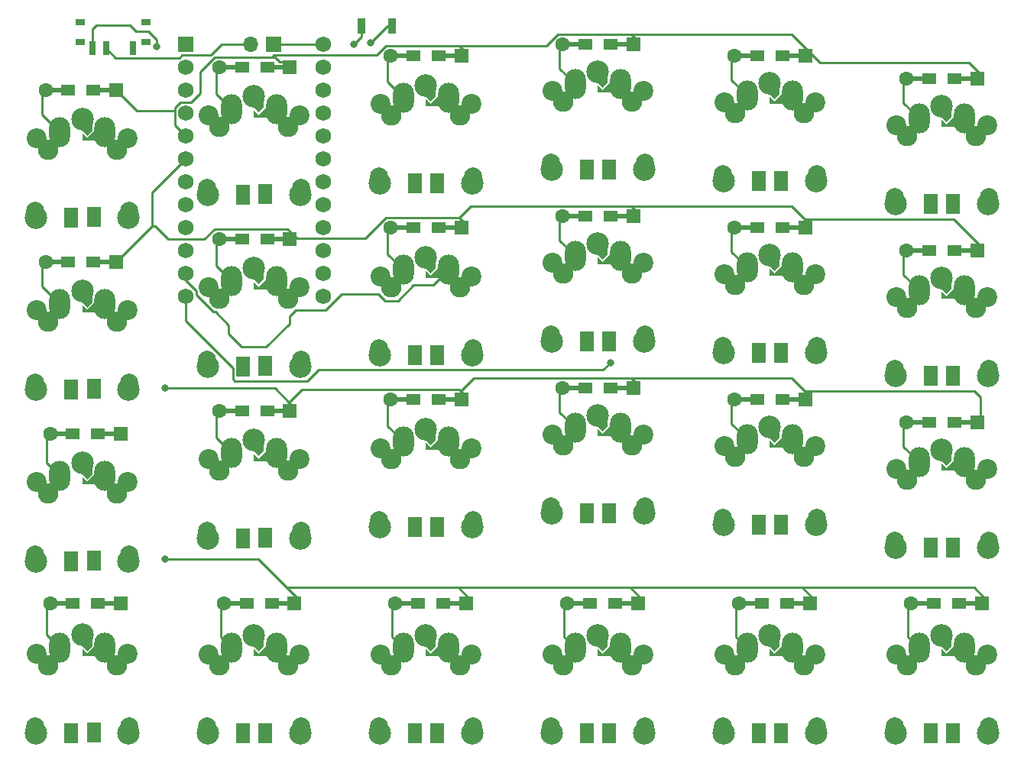
<source format=gbr>
G04 #@! TF.GenerationSoftware,KiCad,Pcbnew,5.1.9*
G04 #@! TF.CreationDate,2021-01-09T23:33:15-06:00*
G04 #@! TF.ProjectId,halfboard,68616c66-626f-4617-9264-2e6b69636164,rev?*
G04 #@! TF.SameCoordinates,Original*
G04 #@! TF.FileFunction,Copper,L1,Top*
G04 #@! TF.FilePolarity,Positive*
%FSLAX46Y46*%
G04 Gerber Fmt 4.6, Leading zero omitted, Abs format (unit mm)*
G04 Created by KiCad (PCBNEW 5.1.9) date 2021-01-09 23:33:15*
%MOMM*%
%LPD*%
G01*
G04 APERTURE LIST*
G04 #@! TA.AperFunction,EtchedComponent*
%ADD10C,0.100000*%
G04 #@! TD*
G04 #@! TA.AperFunction,ComponentPad*
%ADD11C,2.000000*%
G04 #@! TD*
G04 #@! TA.AperFunction,ComponentPad*
%ADD12R,1.500000X2.300000*%
G04 #@! TD*
G04 #@! TA.AperFunction,ComponentPad*
%ADD13O,2.300000X3.337000*%
G04 #@! TD*
G04 #@! TA.AperFunction,ComponentPad*
%ADD14C,2.286000*%
G04 #@! TD*
G04 #@! TA.AperFunction,ComponentPad*
%ADD15C,2.500000*%
G04 #@! TD*
G04 #@! TA.AperFunction,ComponentPad*
%ADD16C,2.200000*%
G04 #@! TD*
G04 #@! TA.AperFunction,ComponentPad*
%ADD17R,1.752600X1.752600*%
G04 #@! TD*
G04 #@! TA.AperFunction,ComponentPad*
%ADD18C,1.752600*%
G04 #@! TD*
G04 #@! TA.AperFunction,ComponentPad*
%ADD19O,1.700000X1.700000*%
G04 #@! TD*
G04 #@! TA.AperFunction,ComponentPad*
%ADD20R,1.700000X1.700000*%
G04 #@! TD*
G04 #@! TA.AperFunction,SMDPad,CuDef*
%ADD21R,0.900000X1.700000*%
G04 #@! TD*
G04 #@! TA.AperFunction,SMDPad,CuDef*
%ADD22R,0.700000X1.500000*%
G04 #@! TD*
G04 #@! TA.AperFunction,SMDPad,CuDef*
%ADD23R,1.000000X0.800000*%
G04 #@! TD*
G04 #@! TA.AperFunction,SMDPad,CuDef*
%ADD24R,2.900000X0.500000*%
G04 #@! TD*
G04 #@! TA.AperFunction,ComponentPad*
%ADD25R,1.600000X1.600000*%
G04 #@! TD*
G04 #@! TA.AperFunction,ComponentPad*
%ADD26C,1.600000*%
G04 #@! TD*
G04 #@! TA.AperFunction,SMDPad,CuDef*
%ADD27R,1.600000X1.200000*%
G04 #@! TD*
G04 #@! TA.AperFunction,ViaPad*
%ADD28C,0.800000*%
G04 #@! TD*
G04 #@! TA.AperFunction,Conductor*
%ADD29C,0.250000*%
G04 #@! TD*
G04 APERTURE END LIST*
D10*
G04 #@! TO.C,REF\u002A\u002A*
G36*
X51798200Y-57815480D02*
G01*
X49690000Y-59923680D01*
X49182000Y-59415680D01*
X49182000Y-60121800D01*
X51798200Y-60121800D01*
X51798200Y-57815480D01*
G37*
X51798200Y-57815480D02*
X49690000Y-59923680D01*
X49182000Y-59415680D01*
X49182000Y-60121800D01*
X51798200Y-60121800D01*
X51798200Y-57815480D01*
G36*
X48775600Y-58267600D02*
G01*
X49182000Y-58674000D01*
X49182000Y-59055000D01*
X49690000Y-59563000D01*
X50198000Y-59055000D01*
X50198000Y-58039000D01*
X49893200Y-57734200D01*
X48775600Y-57734200D01*
X48775600Y-58267600D01*
G37*
X48775600Y-58267600D02*
X49182000Y-58674000D01*
X49182000Y-59055000D01*
X49690000Y-59563000D01*
X50198000Y-59055000D01*
X50198000Y-58039000D01*
X49893200Y-57734200D01*
X48775600Y-57734200D01*
X48775600Y-58267600D01*
G04 #@! TO.C, *
G36*
X147046503Y-56321210D02*
G01*
X144938303Y-58429410D01*
X144430303Y-57921410D01*
X144430303Y-58627530D01*
X147046503Y-58627530D01*
X147046503Y-56321210D01*
G37*
X147046503Y-56321210D02*
X144938303Y-58429410D01*
X144430303Y-57921410D01*
X144430303Y-58627530D01*
X147046503Y-58627530D01*
X147046503Y-56321210D01*
G36*
X144023903Y-56773330D02*
G01*
X144430303Y-57179730D01*
X144430303Y-57560730D01*
X144938303Y-58068730D01*
X145446303Y-57560730D01*
X145446303Y-56544730D01*
X145141503Y-56239930D01*
X144023903Y-56239930D01*
X144023903Y-56773330D01*
G37*
X144023903Y-56773330D02*
X144430303Y-57179730D01*
X144430303Y-57560730D01*
X144938303Y-58068730D01*
X145446303Y-57560730D01*
X145446303Y-56544730D01*
X145141503Y-56239930D01*
X144023903Y-56239930D01*
X144023903Y-56773330D01*
G36*
X147046503Y-75371210D02*
G01*
X144938303Y-77479410D01*
X144430303Y-76971410D01*
X144430303Y-77677530D01*
X147046503Y-77677530D01*
X147046503Y-75371210D01*
G37*
X147046503Y-75371210D02*
X144938303Y-77479410D01*
X144430303Y-76971410D01*
X144430303Y-77677530D01*
X147046503Y-77677530D01*
X147046503Y-75371210D01*
G36*
X144023903Y-75823330D02*
G01*
X144430303Y-76229730D01*
X144430303Y-76610730D01*
X144938303Y-77118730D01*
X145446303Y-76610730D01*
X145446303Y-75594730D01*
X145141503Y-75289930D01*
X144023903Y-75289930D01*
X144023903Y-75823330D01*
G37*
X144023903Y-75823330D02*
X144430303Y-76229730D01*
X144430303Y-76610730D01*
X144938303Y-77118730D01*
X145446303Y-76610730D01*
X145446303Y-75594730D01*
X145141503Y-75289930D01*
X144023903Y-75289930D01*
X144023903Y-75823330D01*
G36*
X147046503Y-94421210D02*
G01*
X144938303Y-96529410D01*
X144430303Y-96021410D01*
X144430303Y-96727530D01*
X147046503Y-96727530D01*
X147046503Y-94421210D01*
G37*
X147046503Y-94421210D02*
X144938303Y-96529410D01*
X144430303Y-96021410D01*
X144430303Y-96727530D01*
X147046503Y-96727530D01*
X147046503Y-94421210D01*
G36*
X144023903Y-94873330D02*
G01*
X144430303Y-95279730D01*
X144430303Y-95660730D01*
X144938303Y-96168730D01*
X145446303Y-95660730D01*
X145446303Y-94644730D01*
X145141503Y-94339930D01*
X144023903Y-94339930D01*
X144023903Y-94873330D01*
G37*
X144023903Y-94873330D02*
X144430303Y-95279730D01*
X144430303Y-95660730D01*
X144938303Y-96168730D01*
X145446303Y-95660730D01*
X145446303Y-94644730D01*
X145141503Y-94339930D01*
X144023903Y-94339930D01*
X144023903Y-94873330D01*
G36*
X147046503Y-114995210D02*
G01*
X144938303Y-117103410D01*
X144430303Y-116595410D01*
X144430303Y-117301530D01*
X147046503Y-117301530D01*
X147046503Y-114995210D01*
G37*
X147046503Y-114995210D02*
X144938303Y-117103410D01*
X144430303Y-116595410D01*
X144430303Y-117301530D01*
X147046503Y-117301530D01*
X147046503Y-114995210D01*
G36*
X144023903Y-115447330D02*
G01*
X144430303Y-115853730D01*
X144430303Y-116234730D01*
X144938303Y-116742730D01*
X145446303Y-116234730D01*
X145446303Y-115218730D01*
X145141503Y-114913930D01*
X144023903Y-114913930D01*
X144023903Y-115447330D01*
G37*
X144023903Y-115447330D02*
X144430303Y-115853730D01*
X144430303Y-116234730D01*
X144938303Y-116742730D01*
X145446303Y-116234730D01*
X145446303Y-115218730D01*
X145141503Y-114913930D01*
X144023903Y-114913930D01*
X144023903Y-115447330D01*
G36*
X127996503Y-114995210D02*
G01*
X125888303Y-117103410D01*
X125380303Y-116595410D01*
X125380303Y-117301530D01*
X127996503Y-117301530D01*
X127996503Y-114995210D01*
G37*
X127996503Y-114995210D02*
X125888303Y-117103410D01*
X125380303Y-116595410D01*
X125380303Y-117301530D01*
X127996503Y-117301530D01*
X127996503Y-114995210D01*
G36*
X124973903Y-115447330D02*
G01*
X125380303Y-115853730D01*
X125380303Y-116234730D01*
X125888303Y-116742730D01*
X126396303Y-116234730D01*
X126396303Y-115218730D01*
X126091503Y-114913930D01*
X124973903Y-114913930D01*
X124973903Y-115447330D01*
G37*
X124973903Y-115447330D02*
X125380303Y-115853730D01*
X125380303Y-116234730D01*
X125888303Y-116742730D01*
X126396303Y-116234730D01*
X126396303Y-115218730D01*
X126091503Y-114913930D01*
X124973903Y-114913930D01*
X124973903Y-115447330D01*
G36*
X108946503Y-114995210D02*
G01*
X106838303Y-117103410D01*
X106330303Y-116595410D01*
X106330303Y-117301530D01*
X108946503Y-117301530D01*
X108946503Y-114995210D01*
G37*
X108946503Y-114995210D02*
X106838303Y-117103410D01*
X106330303Y-116595410D01*
X106330303Y-117301530D01*
X108946503Y-117301530D01*
X108946503Y-114995210D01*
G36*
X105923903Y-115447330D02*
G01*
X106330303Y-115853730D01*
X106330303Y-116234730D01*
X106838303Y-116742730D01*
X107346303Y-116234730D01*
X107346303Y-115218730D01*
X107041503Y-114913930D01*
X105923903Y-114913930D01*
X105923903Y-115447330D01*
G37*
X105923903Y-115447330D02*
X106330303Y-115853730D01*
X106330303Y-116234730D01*
X106838303Y-116742730D01*
X107346303Y-116234730D01*
X107346303Y-115218730D01*
X107041503Y-114913930D01*
X105923903Y-114913930D01*
X105923903Y-115447330D01*
G36*
X89896503Y-114995210D02*
G01*
X87788303Y-117103410D01*
X87280303Y-116595410D01*
X87280303Y-117301530D01*
X89896503Y-117301530D01*
X89896503Y-114995210D01*
G37*
X89896503Y-114995210D02*
X87788303Y-117103410D01*
X87280303Y-116595410D01*
X87280303Y-117301530D01*
X89896503Y-117301530D01*
X89896503Y-114995210D01*
G36*
X86873903Y-115447330D02*
G01*
X87280303Y-115853730D01*
X87280303Y-116234730D01*
X87788303Y-116742730D01*
X88296303Y-116234730D01*
X88296303Y-115218730D01*
X87991503Y-114913930D01*
X86873903Y-114913930D01*
X86873903Y-115447330D01*
G37*
X86873903Y-115447330D02*
X87280303Y-115853730D01*
X87280303Y-116234730D01*
X87788303Y-116742730D01*
X88296303Y-116234730D01*
X88296303Y-115218730D01*
X87991503Y-114913930D01*
X86873903Y-114913930D01*
X86873903Y-115447330D01*
G36*
X127996503Y-91881210D02*
G01*
X125888303Y-93989410D01*
X125380303Y-93481410D01*
X125380303Y-94187530D01*
X127996503Y-94187530D01*
X127996503Y-91881210D01*
G37*
X127996503Y-91881210D02*
X125888303Y-93989410D01*
X125380303Y-93481410D01*
X125380303Y-94187530D01*
X127996503Y-94187530D01*
X127996503Y-91881210D01*
G36*
X124973903Y-92333330D02*
G01*
X125380303Y-92739730D01*
X125380303Y-93120730D01*
X125888303Y-93628730D01*
X126396303Y-93120730D01*
X126396303Y-92104730D01*
X126091503Y-91799930D01*
X124973903Y-91799930D01*
X124973903Y-92333330D01*
G37*
X124973903Y-92333330D02*
X125380303Y-92739730D01*
X125380303Y-93120730D01*
X125888303Y-93628730D01*
X126396303Y-93120730D01*
X126396303Y-92104730D01*
X126091503Y-91799930D01*
X124973903Y-91799930D01*
X124973903Y-92333330D01*
G36*
X127996503Y-72831210D02*
G01*
X125888303Y-74939410D01*
X125380303Y-74431410D01*
X125380303Y-75137530D01*
X127996503Y-75137530D01*
X127996503Y-72831210D01*
G37*
X127996503Y-72831210D02*
X125888303Y-74939410D01*
X125380303Y-74431410D01*
X125380303Y-75137530D01*
X127996503Y-75137530D01*
X127996503Y-72831210D01*
G36*
X124973903Y-73283330D02*
G01*
X125380303Y-73689730D01*
X125380303Y-74070730D01*
X125888303Y-74578730D01*
X126396303Y-74070730D01*
X126396303Y-73054730D01*
X126091503Y-72749930D01*
X124973903Y-72749930D01*
X124973903Y-73283330D01*
G37*
X124973903Y-73283330D02*
X125380303Y-73689730D01*
X125380303Y-74070730D01*
X125888303Y-74578730D01*
X126396303Y-74070730D01*
X126396303Y-73054730D01*
X126091503Y-72749930D01*
X124973903Y-72749930D01*
X124973903Y-73283330D01*
G36*
X127996503Y-53781210D02*
G01*
X125888303Y-55889410D01*
X125380303Y-55381410D01*
X125380303Y-56087530D01*
X127996503Y-56087530D01*
X127996503Y-53781210D01*
G37*
X127996503Y-53781210D02*
X125888303Y-55889410D01*
X125380303Y-55381410D01*
X125380303Y-56087530D01*
X127996503Y-56087530D01*
X127996503Y-53781210D01*
G36*
X124973903Y-54233330D02*
G01*
X125380303Y-54639730D01*
X125380303Y-55020730D01*
X125888303Y-55528730D01*
X126396303Y-55020730D01*
X126396303Y-54004730D01*
X126091503Y-53699930D01*
X124973903Y-53699930D01*
X124973903Y-54233330D01*
G37*
X124973903Y-54233330D02*
X125380303Y-54639730D01*
X125380303Y-55020730D01*
X125888303Y-55528730D01*
X126396303Y-55020730D01*
X126396303Y-54004730D01*
X126091503Y-53699930D01*
X124973903Y-53699930D01*
X124973903Y-54233330D01*
G36*
X108946503Y-52511210D02*
G01*
X106838303Y-54619410D01*
X106330303Y-54111410D01*
X106330303Y-54817530D01*
X108946503Y-54817530D01*
X108946503Y-52511210D01*
G37*
X108946503Y-52511210D02*
X106838303Y-54619410D01*
X106330303Y-54111410D01*
X106330303Y-54817530D01*
X108946503Y-54817530D01*
X108946503Y-52511210D01*
G36*
X105923903Y-52963330D02*
G01*
X106330303Y-53369730D01*
X106330303Y-53750730D01*
X106838303Y-54258730D01*
X107346303Y-53750730D01*
X107346303Y-52734730D01*
X107041503Y-52429930D01*
X105923903Y-52429930D01*
X105923903Y-52963330D01*
G37*
X105923903Y-52963330D02*
X106330303Y-53369730D01*
X106330303Y-53750730D01*
X106838303Y-54258730D01*
X107346303Y-53750730D01*
X107346303Y-52734730D01*
X107041503Y-52429930D01*
X105923903Y-52429930D01*
X105923903Y-52963330D01*
G36*
X108946503Y-71561210D02*
G01*
X106838303Y-73669410D01*
X106330303Y-73161410D01*
X106330303Y-73867530D01*
X108946503Y-73867530D01*
X108946503Y-71561210D01*
G37*
X108946503Y-71561210D02*
X106838303Y-73669410D01*
X106330303Y-73161410D01*
X106330303Y-73867530D01*
X108946503Y-73867530D01*
X108946503Y-71561210D01*
G36*
X105923903Y-72013330D02*
G01*
X106330303Y-72419730D01*
X106330303Y-72800730D01*
X106838303Y-73308730D01*
X107346303Y-72800730D01*
X107346303Y-71784730D01*
X107041503Y-71479930D01*
X105923903Y-71479930D01*
X105923903Y-72013330D01*
G37*
X105923903Y-72013330D02*
X106330303Y-72419730D01*
X106330303Y-72800730D01*
X106838303Y-73308730D01*
X107346303Y-72800730D01*
X107346303Y-71784730D01*
X107041503Y-71479930D01*
X105923903Y-71479930D01*
X105923903Y-72013330D01*
G36*
X108946503Y-90611210D02*
G01*
X106838303Y-92719410D01*
X106330303Y-92211410D01*
X106330303Y-92917530D01*
X108946503Y-92917530D01*
X108946503Y-90611210D01*
G37*
X108946503Y-90611210D02*
X106838303Y-92719410D01*
X106330303Y-92211410D01*
X106330303Y-92917530D01*
X108946503Y-92917530D01*
X108946503Y-90611210D01*
G36*
X105923903Y-91063330D02*
G01*
X106330303Y-91469730D01*
X106330303Y-91850730D01*
X106838303Y-92358730D01*
X107346303Y-91850730D01*
X107346303Y-90834730D01*
X107041503Y-90529930D01*
X105923903Y-90529930D01*
X105923903Y-91063330D01*
G37*
X105923903Y-91063330D02*
X106330303Y-91469730D01*
X106330303Y-91850730D01*
X106838303Y-92358730D01*
X107346303Y-91850730D01*
X107346303Y-90834730D01*
X107041503Y-90529930D01*
X105923903Y-90529930D01*
X105923903Y-91063330D01*
G36*
X89896503Y-92135210D02*
G01*
X87788303Y-94243410D01*
X87280303Y-93735410D01*
X87280303Y-94441530D01*
X89896503Y-94441530D01*
X89896503Y-92135210D01*
G37*
X89896503Y-92135210D02*
X87788303Y-94243410D01*
X87280303Y-93735410D01*
X87280303Y-94441530D01*
X89896503Y-94441530D01*
X89896503Y-92135210D01*
G36*
X86873903Y-92587330D02*
G01*
X87280303Y-92993730D01*
X87280303Y-93374730D01*
X87788303Y-93882730D01*
X88296303Y-93374730D01*
X88296303Y-92358730D01*
X87991503Y-92053930D01*
X86873903Y-92053930D01*
X86873903Y-92587330D01*
G37*
X86873903Y-92587330D02*
X87280303Y-92993730D01*
X87280303Y-93374730D01*
X87788303Y-93882730D01*
X88296303Y-93374730D01*
X88296303Y-92358730D01*
X87991503Y-92053930D01*
X86873903Y-92053930D01*
X86873903Y-92587330D01*
G36*
X89896503Y-73085210D02*
G01*
X87788303Y-75193410D01*
X87280303Y-74685410D01*
X87280303Y-75391530D01*
X89896503Y-75391530D01*
X89896503Y-73085210D01*
G37*
X89896503Y-73085210D02*
X87788303Y-75193410D01*
X87280303Y-74685410D01*
X87280303Y-75391530D01*
X89896503Y-75391530D01*
X89896503Y-73085210D01*
G36*
X86873903Y-73537330D02*
G01*
X87280303Y-73943730D01*
X87280303Y-74324730D01*
X87788303Y-74832730D01*
X88296303Y-74324730D01*
X88296303Y-73308730D01*
X87991503Y-73003930D01*
X86873903Y-73003930D01*
X86873903Y-73537330D01*
G37*
X86873903Y-73537330D02*
X87280303Y-73943730D01*
X87280303Y-74324730D01*
X87788303Y-74832730D01*
X88296303Y-74324730D01*
X88296303Y-73308730D01*
X87991503Y-73003930D01*
X86873903Y-73003930D01*
X86873903Y-73537330D01*
G36*
X89896503Y-54031210D02*
G01*
X87788303Y-56139410D01*
X87280303Y-55631410D01*
X87280303Y-56337530D01*
X89896503Y-56337530D01*
X89896503Y-54031210D01*
G37*
X89896503Y-54031210D02*
X87788303Y-56139410D01*
X87280303Y-55631410D01*
X87280303Y-56337530D01*
X89896503Y-56337530D01*
X89896503Y-54031210D01*
G36*
X86873903Y-54483330D02*
G01*
X87280303Y-54889730D01*
X87280303Y-55270730D01*
X87788303Y-55778730D01*
X88296303Y-55270730D01*
X88296303Y-54254730D01*
X87991503Y-53949930D01*
X86873903Y-53949930D01*
X86873903Y-54483330D01*
G37*
X86873903Y-54483330D02*
X87280303Y-54889730D01*
X87280303Y-55270730D01*
X87788303Y-55778730D01*
X88296303Y-55270730D01*
X88296303Y-54254730D01*
X87991503Y-53949930D01*
X86873903Y-53949930D01*
X86873903Y-54483330D01*
G36*
X70843431Y-55265210D02*
G01*
X68735231Y-57373410D01*
X68227231Y-56865410D01*
X68227231Y-57571530D01*
X70843431Y-57571530D01*
X70843431Y-55265210D01*
G37*
X70843431Y-55265210D02*
X68735231Y-57373410D01*
X68227231Y-56865410D01*
X68227231Y-57571530D01*
X70843431Y-57571530D01*
X70843431Y-55265210D01*
G36*
X67820831Y-55717330D02*
G01*
X68227231Y-56123730D01*
X68227231Y-56504730D01*
X68735231Y-57012730D01*
X69243231Y-56504730D01*
X69243231Y-55488730D01*
X68938431Y-55183930D01*
X67820831Y-55183930D01*
X67820831Y-55717330D01*
G37*
X67820831Y-55717330D02*
X68227231Y-56123730D01*
X68227231Y-56504730D01*
X68735231Y-57012730D01*
X69243231Y-56504730D01*
X69243231Y-55488730D01*
X68938431Y-55183930D01*
X67820831Y-55183930D01*
X67820831Y-55717330D01*
G36*
X70843431Y-74313309D02*
G01*
X68735231Y-76421509D01*
X68227231Y-75913509D01*
X68227231Y-76619629D01*
X70843431Y-76619629D01*
X70843431Y-74313309D01*
G37*
X70843431Y-74313309D02*
X68735231Y-76421509D01*
X68227231Y-75913509D01*
X68227231Y-76619629D01*
X70843431Y-76619629D01*
X70843431Y-74313309D01*
G36*
X67820831Y-74765429D02*
G01*
X68227231Y-75171829D01*
X68227231Y-75552829D01*
X68735231Y-76060829D01*
X69243231Y-75552829D01*
X69243231Y-74536829D01*
X68938431Y-74232029D01*
X67820831Y-74232029D01*
X67820831Y-74765429D01*
G37*
X67820831Y-74765429D02*
X68227231Y-75171829D01*
X68227231Y-75552829D01*
X68735231Y-76060829D01*
X69243231Y-75552829D01*
X69243231Y-74536829D01*
X68938431Y-74232029D01*
X67820831Y-74232029D01*
X67820831Y-74765429D01*
G36*
X70843431Y-93361710D02*
G01*
X68735231Y-95469910D01*
X68227231Y-94961910D01*
X68227231Y-95668030D01*
X70843431Y-95668030D01*
X70843431Y-93361710D01*
G37*
X70843431Y-93361710D02*
X68735231Y-95469910D01*
X68227231Y-94961910D01*
X68227231Y-95668030D01*
X70843431Y-95668030D01*
X70843431Y-93361710D01*
G36*
X67820831Y-93813830D02*
G01*
X68227231Y-94220230D01*
X68227231Y-94601230D01*
X68735231Y-95109230D01*
X69243231Y-94601230D01*
X69243231Y-93585230D01*
X68938431Y-93280430D01*
X67820831Y-93280430D01*
X67820831Y-93813830D01*
G37*
X67820831Y-93813830D02*
X68227231Y-94220230D01*
X68227231Y-94601230D01*
X68735231Y-95109230D01*
X69243231Y-94601230D01*
X69243231Y-93585230D01*
X68938431Y-93280430D01*
X67820831Y-93280430D01*
X67820831Y-93813830D01*
G36*
X70843431Y-114995210D02*
G01*
X68735231Y-117103410D01*
X68227231Y-116595410D01*
X68227231Y-117301530D01*
X70843431Y-117301530D01*
X70843431Y-114995210D01*
G37*
X70843431Y-114995210D02*
X68735231Y-117103410D01*
X68227231Y-116595410D01*
X68227231Y-117301530D01*
X70843431Y-117301530D01*
X70843431Y-114995210D01*
G36*
X67820831Y-115447330D02*
G01*
X68227231Y-115853730D01*
X68227231Y-116234730D01*
X68735231Y-116742730D01*
X69243231Y-116234730D01*
X69243231Y-115218730D01*
X68938431Y-114913930D01*
X67820831Y-114913930D01*
X67820831Y-115447330D01*
G37*
X67820831Y-115447330D02*
X68227231Y-115853730D01*
X68227231Y-116234730D01*
X68735231Y-116742730D01*
X69243231Y-116234730D01*
X69243231Y-115218730D01*
X68938431Y-114913930D01*
X67820831Y-114913930D01*
X67820831Y-115447330D01*
G36*
X51798200Y-114965480D02*
G01*
X49690000Y-117073680D01*
X49182000Y-116565680D01*
X49182000Y-117271800D01*
X51798200Y-117271800D01*
X51798200Y-114965480D01*
G37*
X51798200Y-114965480D02*
X49690000Y-117073680D01*
X49182000Y-116565680D01*
X49182000Y-117271800D01*
X51798200Y-117271800D01*
X51798200Y-114965480D01*
G36*
X48775600Y-115417600D02*
G01*
X49182000Y-115824000D01*
X49182000Y-116205000D01*
X49690000Y-116713000D01*
X50198000Y-116205000D01*
X50198000Y-115189000D01*
X49893200Y-114884200D01*
X48775600Y-114884200D01*
X48775600Y-115417600D01*
G37*
X48775600Y-115417600D02*
X49182000Y-115824000D01*
X49182000Y-116205000D01*
X49690000Y-116713000D01*
X50198000Y-116205000D01*
X50198000Y-115189000D01*
X49893200Y-114884200D01*
X48775600Y-114884200D01*
X48775600Y-115417600D01*
G36*
X51798200Y-95915480D02*
G01*
X49690000Y-98023680D01*
X49182000Y-97515680D01*
X49182000Y-98221800D01*
X51798200Y-98221800D01*
X51798200Y-95915480D01*
G37*
X51798200Y-95915480D02*
X49690000Y-98023680D01*
X49182000Y-97515680D01*
X49182000Y-98221800D01*
X51798200Y-98221800D01*
X51798200Y-95915480D01*
G36*
X48775600Y-96367600D02*
G01*
X49182000Y-96774000D01*
X49182000Y-97155000D01*
X49690000Y-97663000D01*
X50198000Y-97155000D01*
X50198000Y-96139000D01*
X49893200Y-95834200D01*
X48775600Y-95834200D01*
X48775600Y-96367600D01*
G37*
X48775600Y-96367600D02*
X49182000Y-96774000D01*
X49182000Y-97155000D01*
X49690000Y-97663000D01*
X50198000Y-97155000D01*
X50198000Y-96139000D01*
X49893200Y-95834200D01*
X48775600Y-95834200D01*
X48775600Y-96367600D01*
G36*
X51798200Y-76865480D02*
G01*
X49690000Y-78973680D01*
X49182000Y-78465680D01*
X49182000Y-79171800D01*
X51798200Y-79171800D01*
X51798200Y-76865480D01*
G37*
X51798200Y-76865480D02*
X49690000Y-78973680D01*
X49182000Y-78465680D01*
X49182000Y-79171800D01*
X51798200Y-79171800D01*
X51798200Y-76865480D01*
G36*
X48775600Y-77317600D02*
G01*
X49182000Y-77724000D01*
X49182000Y-78105000D01*
X49690000Y-78613000D01*
X50198000Y-78105000D01*
X50198000Y-77089000D01*
X49893200Y-76784200D01*
X48775600Y-76784200D01*
X48775600Y-77317600D01*
G37*
X48775600Y-77317600D02*
X49182000Y-77724000D01*
X49182000Y-78105000D01*
X49690000Y-78613000D01*
X50198000Y-78105000D01*
X50198000Y-77089000D01*
X49893200Y-76784200D01*
X48775600Y-76784200D01*
X48775600Y-77317600D01*
G04 #@! TD*
D11*
G04 #@! TO.P,REF\u002A\u002A,*
G04 #@! TO.N,*
X54402000Y-67954000D03*
X43962000Y-67954000D03*
D12*
G04 #@! TO.P,REF\u002A\u002A,4*
G04 #@! TO.N,N/C*
X50452000Y-68684000D03*
G04 #@! TO.P,REF\u002A\u002A,3*
X47952000Y-68734000D03*
D13*
G04 #@! TO.P,REF\u002A\u002A,1*
G04 #@! TO.N,col0*
X51702000Y-59254000D03*
G04 #@! TO.P,REF\u002A\u002A,2*
G04 #@! TO.N,col0_row0*
X46662000Y-59254000D03*
D14*
G04 #@! TO.P,REF\u002A\u002A,1*
G04 #@! TO.N,col0*
X52992000Y-61214000D03*
G04 #@! TO.P,REF\u002A\u002A,2*
G04 #@! TO.N,col0_row0*
X45372000Y-61214000D03*
D15*
G04 #@! TO.P,REF\u002A\u002A,*
G04 #@! TO.N,*
X54332000Y-68754000D03*
D16*
G04 #@! TO.P,REF\u002A\u002A,2*
G04 #@! TO.N,col0_row0*
X44182000Y-59954000D03*
D15*
G04 #@! TO.P,REF\u002A\u002A,*
G04 #@! TO.N,*
X44032000Y-68754000D03*
G04 #@! TO.P,REF\u002A\u002A,5*
G04 #@! TO.N,N/C*
X49182000Y-57854000D03*
D16*
G04 #@! TO.P,REF\u002A\u002A,1*
G04 #@! TO.N,col0*
X54182000Y-59954000D03*
G04 #@! TD*
D11*
G04 #@! TO.P, ,*
G04 #@! TO.N,*
X149650303Y-66459730D03*
X139210303Y-66459730D03*
D12*
G04 #@! TO.P, ,4*
G04 #@! TO.N,N/C*
X145700303Y-67189730D03*
G04 #@! TO.P, ,3*
X143200303Y-67239730D03*
D13*
G04 #@! TO.P, ,1*
G04 #@! TO.N,col5*
X146950303Y-57759730D03*
G04 #@! TO.P, ,2*
G04 #@! TO.N,col5_row0*
X141910303Y-57759730D03*
D14*
G04 #@! TO.P, ,1*
G04 #@! TO.N,col5*
X148240303Y-59719730D03*
G04 #@! TO.P, ,2*
G04 #@! TO.N,col5_row0*
X140620303Y-59719730D03*
D15*
G04 #@! TO.P, ,*
G04 #@! TO.N,*
X149580303Y-67259730D03*
D16*
G04 #@! TO.P, ,2*
G04 #@! TO.N,col5_row0*
X139430303Y-58459730D03*
D15*
G04 #@! TO.P, ,*
G04 #@! TO.N,*
X139280303Y-67259730D03*
G04 #@! TO.P, ,5*
G04 #@! TO.N,N/C*
X144430303Y-56359730D03*
D16*
G04 #@! TO.P, ,1*
G04 #@! TO.N,col5*
X149430303Y-58459730D03*
G04 #@! TD*
D11*
G04 #@! TO.P, ,*
G04 #@! TO.N,*
X149650303Y-85509730D03*
X139210303Y-85509730D03*
D12*
G04 #@! TO.P, ,4*
G04 #@! TO.N,N/C*
X145700303Y-86239730D03*
G04 #@! TO.P, ,3*
X143200303Y-86289730D03*
D13*
G04 #@! TO.P, ,1*
G04 #@! TO.N,col5*
X146950303Y-76809730D03*
G04 #@! TO.P, ,2*
G04 #@! TO.N,col5_row1*
X141910303Y-76809730D03*
D14*
G04 #@! TO.P, ,1*
G04 #@! TO.N,col5*
X148240303Y-78769730D03*
G04 #@! TO.P, ,2*
G04 #@! TO.N,col5_row1*
X140620303Y-78769730D03*
D15*
G04 #@! TO.P, ,*
G04 #@! TO.N,*
X149580303Y-86309730D03*
D16*
G04 #@! TO.P, ,2*
G04 #@! TO.N,col5_row1*
X139430303Y-77509730D03*
D15*
G04 #@! TO.P, ,*
G04 #@! TO.N,*
X139280303Y-86309730D03*
G04 #@! TO.P, ,5*
G04 #@! TO.N,N/C*
X144430303Y-75409730D03*
D16*
G04 #@! TO.P, ,1*
G04 #@! TO.N,col5*
X149430303Y-77509730D03*
G04 #@! TD*
D11*
G04 #@! TO.P, ,*
G04 #@! TO.N,*
X149650303Y-104559730D03*
X139210303Y-104559730D03*
D12*
G04 #@! TO.P, ,4*
G04 #@! TO.N,N/C*
X145700303Y-105289730D03*
G04 #@! TO.P, ,3*
X143200303Y-105339730D03*
D13*
G04 #@! TO.P, ,1*
G04 #@! TO.N,col5*
X146950303Y-95859730D03*
G04 #@! TO.P, ,2*
G04 #@! TO.N,col5_row2*
X141910303Y-95859730D03*
D14*
G04 #@! TO.P, ,1*
G04 #@! TO.N,col5*
X148240303Y-97819730D03*
G04 #@! TO.P, ,2*
G04 #@! TO.N,col5_row2*
X140620303Y-97819730D03*
D15*
G04 #@! TO.P, ,*
G04 #@! TO.N,*
X149580303Y-105359730D03*
D16*
G04 #@! TO.P, ,2*
G04 #@! TO.N,col5_row2*
X139430303Y-96559730D03*
D15*
G04 #@! TO.P, ,*
G04 #@! TO.N,*
X139280303Y-105359730D03*
G04 #@! TO.P, ,5*
G04 #@! TO.N,N/C*
X144430303Y-94459730D03*
D16*
G04 #@! TO.P, ,1*
G04 #@! TO.N,col5*
X149430303Y-96559730D03*
G04 #@! TD*
D11*
G04 #@! TO.P, ,*
G04 #@! TO.N,*
X149650303Y-125133730D03*
X139210303Y-125133730D03*
D12*
G04 #@! TO.P, ,4*
G04 #@! TO.N,N/C*
X145700303Y-125863730D03*
G04 #@! TO.P, ,3*
X143200303Y-125913730D03*
D13*
G04 #@! TO.P, ,1*
G04 #@! TO.N,col5*
X146950303Y-116433730D03*
G04 #@! TO.P, ,2*
G04 #@! TO.N,col5_row3*
X141910303Y-116433730D03*
D14*
G04 #@! TO.P, ,1*
G04 #@! TO.N,col5*
X148240303Y-118393730D03*
G04 #@! TO.P, ,2*
G04 #@! TO.N,col5_row3*
X140620303Y-118393730D03*
D15*
G04 #@! TO.P, ,*
G04 #@! TO.N,*
X149580303Y-125933730D03*
D16*
G04 #@! TO.P, ,2*
G04 #@! TO.N,col5_row3*
X139430303Y-117133730D03*
D15*
G04 #@! TO.P, ,*
G04 #@! TO.N,*
X139280303Y-125933730D03*
G04 #@! TO.P, ,5*
G04 #@! TO.N,N/C*
X144430303Y-115033730D03*
D16*
G04 #@! TO.P, ,1*
G04 #@! TO.N,col5*
X149430303Y-117133730D03*
G04 #@! TD*
D11*
G04 #@! TO.P, ,*
G04 #@! TO.N,*
X130600303Y-125133730D03*
X120160303Y-125133730D03*
D12*
G04 #@! TO.P, ,4*
G04 #@! TO.N,N/C*
X126650303Y-125863730D03*
G04 #@! TO.P, ,3*
X124150303Y-125913730D03*
D13*
G04 #@! TO.P, ,1*
G04 #@! TO.N,col4*
X127900303Y-116433730D03*
G04 #@! TO.P, ,2*
G04 #@! TO.N,col4_row3*
X122860303Y-116433730D03*
D14*
G04 #@! TO.P, ,1*
G04 #@! TO.N,col4*
X129190303Y-118393730D03*
G04 #@! TO.P, ,2*
G04 #@! TO.N,col4_row3*
X121570303Y-118393730D03*
D15*
G04 #@! TO.P, ,*
G04 #@! TO.N,*
X130530303Y-125933730D03*
D16*
G04 #@! TO.P, ,2*
G04 #@! TO.N,col4_row3*
X120380303Y-117133730D03*
D15*
G04 #@! TO.P, ,*
G04 #@! TO.N,*
X120230303Y-125933730D03*
G04 #@! TO.P, ,5*
G04 #@! TO.N,N/C*
X125380303Y-115033730D03*
D16*
G04 #@! TO.P, ,1*
G04 #@! TO.N,col4*
X130380303Y-117133730D03*
G04 #@! TD*
D11*
G04 #@! TO.P, ,*
G04 #@! TO.N,*
X111550303Y-125133730D03*
X101110303Y-125133730D03*
D12*
G04 #@! TO.P, ,4*
G04 #@! TO.N,N/C*
X107600303Y-125863730D03*
G04 #@! TO.P, ,3*
X105100303Y-125913730D03*
D13*
G04 #@! TO.P, ,1*
G04 #@! TO.N,col3*
X108850303Y-116433730D03*
G04 #@! TO.P, ,2*
G04 #@! TO.N,col3_row3*
X103810303Y-116433730D03*
D14*
G04 #@! TO.P, ,1*
G04 #@! TO.N,col3*
X110140303Y-118393730D03*
G04 #@! TO.P, ,2*
G04 #@! TO.N,col3_row3*
X102520303Y-118393730D03*
D15*
G04 #@! TO.P, ,*
G04 #@! TO.N,*
X111480303Y-125933730D03*
D16*
G04 #@! TO.P, ,2*
G04 #@! TO.N,col3_row3*
X101330303Y-117133730D03*
D15*
G04 #@! TO.P, ,*
G04 #@! TO.N,*
X101180303Y-125933730D03*
G04 #@! TO.P, ,5*
G04 #@! TO.N,N/C*
X106330303Y-115033730D03*
D16*
G04 #@! TO.P, ,1*
G04 #@! TO.N,col3*
X111330303Y-117133730D03*
G04 #@! TD*
D11*
G04 #@! TO.P, ,*
G04 #@! TO.N,*
X92500303Y-125133730D03*
X82060303Y-125133730D03*
D12*
G04 #@! TO.P, ,4*
G04 #@! TO.N,N/C*
X88550303Y-125863730D03*
G04 #@! TO.P, ,3*
X86050303Y-125913730D03*
D13*
G04 #@! TO.P, ,1*
G04 #@! TO.N,col2*
X89800303Y-116433730D03*
G04 #@! TO.P, ,2*
G04 #@! TO.N,col2_row3*
X84760303Y-116433730D03*
D14*
G04 #@! TO.P, ,1*
G04 #@! TO.N,col2*
X91090303Y-118393730D03*
G04 #@! TO.P, ,2*
G04 #@! TO.N,col2_row3*
X83470303Y-118393730D03*
D15*
G04 #@! TO.P, ,*
G04 #@! TO.N,*
X92430303Y-125933730D03*
D16*
G04 #@! TO.P, ,2*
G04 #@! TO.N,col2_row3*
X82280303Y-117133730D03*
D15*
G04 #@! TO.P, ,*
G04 #@! TO.N,*
X82130303Y-125933730D03*
G04 #@! TO.P, ,5*
G04 #@! TO.N,N/C*
X87280303Y-115033730D03*
D16*
G04 #@! TO.P, ,1*
G04 #@! TO.N,col2*
X92280303Y-117133730D03*
G04 #@! TD*
D11*
G04 #@! TO.P, ,*
G04 #@! TO.N,*
X130600303Y-102019730D03*
X120160303Y-102019730D03*
D12*
G04 #@! TO.P, ,4*
G04 #@! TO.N,N/C*
X126650303Y-102749730D03*
G04 #@! TO.P, ,3*
X124150303Y-102799730D03*
D13*
G04 #@! TO.P, ,1*
G04 #@! TO.N,col4*
X127900303Y-93319730D03*
G04 #@! TO.P, ,2*
G04 #@! TO.N,col4_row2*
X122860303Y-93319730D03*
D14*
G04 #@! TO.P, ,1*
G04 #@! TO.N,col4*
X129190303Y-95279730D03*
G04 #@! TO.P, ,2*
G04 #@! TO.N,col4_row2*
X121570303Y-95279730D03*
D15*
G04 #@! TO.P, ,*
G04 #@! TO.N,*
X130530303Y-102819730D03*
D16*
G04 #@! TO.P, ,2*
G04 #@! TO.N,col4_row2*
X120380303Y-94019730D03*
D15*
G04 #@! TO.P, ,*
G04 #@! TO.N,*
X120230303Y-102819730D03*
G04 #@! TO.P, ,5*
G04 #@! TO.N,N/C*
X125380303Y-91919730D03*
D16*
G04 #@! TO.P, ,1*
G04 #@! TO.N,col4*
X130380303Y-94019730D03*
G04 #@! TD*
D11*
G04 #@! TO.P, ,*
G04 #@! TO.N,*
X130600303Y-82969730D03*
X120160303Y-82969730D03*
D12*
G04 #@! TO.P, ,4*
G04 #@! TO.N,N/C*
X126650303Y-83699730D03*
G04 #@! TO.P, ,3*
X124150303Y-83749730D03*
D13*
G04 #@! TO.P, ,1*
G04 #@! TO.N,col4*
X127900303Y-74269730D03*
G04 #@! TO.P, ,2*
G04 #@! TO.N,col4_row1*
X122860303Y-74269730D03*
D14*
G04 #@! TO.P, ,1*
G04 #@! TO.N,col4*
X129190303Y-76229730D03*
G04 #@! TO.P, ,2*
G04 #@! TO.N,col4_row1*
X121570303Y-76229730D03*
D15*
G04 #@! TO.P, ,*
G04 #@! TO.N,*
X130530303Y-83769730D03*
D16*
G04 #@! TO.P, ,2*
G04 #@! TO.N,col4_row1*
X120380303Y-74969730D03*
D15*
G04 #@! TO.P, ,*
G04 #@! TO.N,*
X120230303Y-83769730D03*
G04 #@! TO.P, ,5*
G04 #@! TO.N,N/C*
X125380303Y-72869730D03*
D16*
G04 #@! TO.P, ,1*
G04 #@! TO.N,col4*
X130380303Y-74969730D03*
G04 #@! TD*
D11*
G04 #@! TO.P, ,*
G04 #@! TO.N,*
X130600303Y-63919730D03*
X120160303Y-63919730D03*
D12*
G04 #@! TO.P, ,4*
G04 #@! TO.N,N/C*
X126650303Y-64649730D03*
G04 #@! TO.P, ,3*
X124150303Y-64699730D03*
D13*
G04 #@! TO.P, ,1*
G04 #@! TO.N,col4*
X127900303Y-55219730D03*
G04 #@! TO.P, ,2*
G04 #@! TO.N,col4_row0*
X122860303Y-55219730D03*
D14*
G04 #@! TO.P, ,1*
G04 #@! TO.N,col4*
X129190303Y-57179730D03*
G04 #@! TO.P, ,2*
G04 #@! TO.N,col4_row0*
X121570303Y-57179730D03*
D15*
G04 #@! TO.P, ,*
G04 #@! TO.N,*
X130530303Y-64719730D03*
D16*
G04 #@! TO.P, ,2*
G04 #@! TO.N,col4_row0*
X120380303Y-55919730D03*
D15*
G04 #@! TO.P, ,*
G04 #@! TO.N,*
X120230303Y-64719730D03*
G04 #@! TO.P, ,5*
G04 #@! TO.N,N/C*
X125380303Y-53819730D03*
D16*
G04 #@! TO.P, ,1*
G04 #@! TO.N,col4*
X130380303Y-55919730D03*
G04 #@! TD*
D11*
G04 #@! TO.P, ,*
G04 #@! TO.N,*
X111550303Y-62649730D03*
X101110303Y-62649730D03*
D12*
G04 #@! TO.P, ,4*
G04 #@! TO.N,N/C*
X107600303Y-63379730D03*
G04 #@! TO.P, ,3*
X105100303Y-63429730D03*
D13*
G04 #@! TO.P, ,1*
G04 #@! TO.N,col3*
X108850303Y-53949730D03*
G04 #@! TO.P, ,2*
G04 #@! TO.N,col3_row0*
X103810303Y-53949730D03*
D14*
G04 #@! TO.P, ,1*
G04 #@! TO.N,col3*
X110140303Y-55909730D03*
G04 #@! TO.P, ,2*
G04 #@! TO.N,col3_row0*
X102520303Y-55909730D03*
D15*
G04 #@! TO.P, ,*
G04 #@! TO.N,*
X111480303Y-63449730D03*
D16*
G04 #@! TO.P, ,2*
G04 #@! TO.N,col3_row0*
X101330303Y-54649730D03*
D15*
G04 #@! TO.P, ,*
G04 #@! TO.N,*
X101180303Y-63449730D03*
G04 #@! TO.P, ,5*
G04 #@! TO.N,N/C*
X106330303Y-52549730D03*
D16*
G04 #@! TO.P, ,1*
G04 #@! TO.N,col3*
X111330303Y-54649730D03*
G04 #@! TD*
D11*
G04 #@! TO.P, ,*
G04 #@! TO.N,*
X111550303Y-81699730D03*
X101110303Y-81699730D03*
D12*
G04 #@! TO.P, ,4*
G04 #@! TO.N,N/C*
X107600303Y-82429730D03*
G04 #@! TO.P, ,3*
X105100303Y-82479730D03*
D13*
G04 #@! TO.P, ,1*
G04 #@! TO.N,col3*
X108850303Y-72999730D03*
G04 #@! TO.P, ,2*
G04 #@! TO.N,col3_row1*
X103810303Y-72999730D03*
D14*
G04 #@! TO.P, ,1*
G04 #@! TO.N,col3*
X110140303Y-74959730D03*
G04 #@! TO.P, ,2*
G04 #@! TO.N,col3_row1*
X102520303Y-74959730D03*
D15*
G04 #@! TO.P, ,*
G04 #@! TO.N,*
X111480303Y-82499730D03*
D16*
G04 #@! TO.P, ,2*
G04 #@! TO.N,col3_row1*
X101330303Y-73699730D03*
D15*
G04 #@! TO.P, ,*
G04 #@! TO.N,*
X101180303Y-82499730D03*
G04 #@! TO.P, ,5*
G04 #@! TO.N,N/C*
X106330303Y-71599730D03*
D16*
G04 #@! TO.P, ,1*
G04 #@! TO.N,col3*
X111330303Y-73699730D03*
G04 #@! TD*
D11*
G04 #@! TO.P, ,*
G04 #@! TO.N,*
X111550303Y-100749730D03*
X101110303Y-100749730D03*
D12*
G04 #@! TO.P, ,4*
G04 #@! TO.N,N/C*
X107600303Y-101479730D03*
G04 #@! TO.P, ,3*
X105100303Y-101529730D03*
D13*
G04 #@! TO.P, ,1*
G04 #@! TO.N,col3*
X108850303Y-92049730D03*
G04 #@! TO.P, ,2*
G04 #@! TO.N,col3_row2*
X103810303Y-92049730D03*
D14*
G04 #@! TO.P, ,1*
G04 #@! TO.N,col3*
X110140303Y-94009730D03*
G04 #@! TO.P, ,2*
G04 #@! TO.N,col3_row2*
X102520303Y-94009730D03*
D15*
G04 #@! TO.P, ,*
G04 #@! TO.N,*
X111480303Y-101549730D03*
D16*
G04 #@! TO.P, ,2*
G04 #@! TO.N,col3_row2*
X101330303Y-92749730D03*
D15*
G04 #@! TO.P, ,*
G04 #@! TO.N,*
X101180303Y-101549730D03*
G04 #@! TO.P, ,5*
G04 #@! TO.N,N/C*
X106330303Y-90649730D03*
D16*
G04 #@! TO.P, ,1*
G04 #@! TO.N,col3*
X111330303Y-92749730D03*
G04 #@! TD*
D11*
G04 #@! TO.P, ,*
G04 #@! TO.N,*
X92500303Y-102273730D03*
X82060303Y-102273730D03*
D12*
G04 #@! TO.P, ,4*
G04 #@! TO.N,N/C*
X88550303Y-103003730D03*
G04 #@! TO.P, ,3*
X86050303Y-103053730D03*
D13*
G04 #@! TO.P, ,1*
G04 #@! TO.N,col2*
X89800303Y-93573730D03*
G04 #@! TO.P, ,2*
G04 #@! TO.N,col2_row2*
X84760303Y-93573730D03*
D14*
G04 #@! TO.P, ,1*
G04 #@! TO.N,col2*
X91090303Y-95533730D03*
G04 #@! TO.P, ,2*
G04 #@! TO.N,col2_row2*
X83470303Y-95533730D03*
D15*
G04 #@! TO.P, ,*
G04 #@! TO.N,*
X92430303Y-103073730D03*
D16*
G04 #@! TO.P, ,2*
G04 #@! TO.N,col2_row2*
X82280303Y-94273730D03*
D15*
G04 #@! TO.P, ,*
G04 #@! TO.N,*
X82130303Y-103073730D03*
G04 #@! TO.P, ,5*
G04 #@! TO.N,N/C*
X87280303Y-92173730D03*
D16*
G04 #@! TO.P, ,1*
G04 #@! TO.N,col2*
X92280303Y-94273730D03*
G04 #@! TD*
D11*
G04 #@! TO.P, ,*
G04 #@! TO.N,*
X92500303Y-83223730D03*
X82060303Y-83223730D03*
D12*
G04 #@! TO.P, ,4*
G04 #@! TO.N,N/C*
X88550303Y-83953730D03*
G04 #@! TO.P, ,3*
X86050303Y-84003730D03*
D13*
G04 #@! TO.P, ,1*
G04 #@! TO.N,col2*
X89800303Y-74523730D03*
G04 #@! TO.P, ,2*
G04 #@! TO.N,col2_row1*
X84760303Y-74523730D03*
D14*
G04 #@! TO.P, ,1*
G04 #@! TO.N,col2*
X91090303Y-76483730D03*
G04 #@! TO.P, ,2*
G04 #@! TO.N,col2_row1*
X83470303Y-76483730D03*
D15*
G04 #@! TO.P, ,*
G04 #@! TO.N,*
X92430303Y-84023730D03*
D16*
G04 #@! TO.P, ,2*
G04 #@! TO.N,col2_row1*
X82280303Y-75223730D03*
D15*
G04 #@! TO.P, ,*
G04 #@! TO.N,*
X82130303Y-84023730D03*
G04 #@! TO.P, ,5*
G04 #@! TO.N,N/C*
X87280303Y-73123730D03*
D16*
G04 #@! TO.P, ,1*
G04 #@! TO.N,col2*
X92280303Y-75223730D03*
G04 #@! TD*
D11*
G04 #@! TO.P, ,*
G04 #@! TO.N,*
X92500303Y-64169730D03*
X82060303Y-64169730D03*
D12*
G04 #@! TO.P, ,4*
G04 #@! TO.N,N/C*
X88550303Y-64899730D03*
G04 #@! TO.P, ,3*
X86050303Y-64949730D03*
D13*
G04 #@! TO.P, ,1*
G04 #@! TO.N,col2*
X89800303Y-55469730D03*
G04 #@! TO.P, ,2*
G04 #@! TO.N,col2_row0*
X84760303Y-55469730D03*
D14*
G04 #@! TO.P, ,1*
G04 #@! TO.N,col2*
X91090303Y-57429730D03*
G04 #@! TO.P, ,2*
G04 #@! TO.N,col2_row0*
X83470303Y-57429730D03*
D15*
G04 #@! TO.P, ,*
G04 #@! TO.N,*
X92430303Y-64969730D03*
D16*
G04 #@! TO.P, ,2*
G04 #@! TO.N,col2_row0*
X82280303Y-56169730D03*
D15*
G04 #@! TO.P, ,*
G04 #@! TO.N,*
X82130303Y-64969730D03*
G04 #@! TO.P, ,5*
G04 #@! TO.N,N/C*
X87280303Y-54069730D03*
D16*
G04 #@! TO.P, ,1*
G04 #@! TO.N,col2*
X92280303Y-56169730D03*
G04 #@! TD*
D11*
G04 #@! TO.P, ,*
G04 #@! TO.N,*
X73447231Y-65403730D03*
X63007231Y-65403730D03*
D12*
G04 #@! TO.P, ,4*
G04 #@! TO.N,N/C*
X69497231Y-66133730D03*
G04 #@! TO.P, ,3*
X66997231Y-66183730D03*
D13*
G04 #@! TO.P, ,1*
G04 #@! TO.N,col1*
X70747231Y-56703730D03*
G04 #@! TO.P, ,2*
G04 #@! TO.N,col1_row0*
X65707231Y-56703730D03*
D14*
G04 #@! TO.P, ,1*
G04 #@! TO.N,col1*
X72037231Y-58663730D03*
G04 #@! TO.P, ,2*
G04 #@! TO.N,col1_row0*
X64417231Y-58663730D03*
D15*
G04 #@! TO.P, ,*
G04 #@! TO.N,*
X73377231Y-66203730D03*
D16*
G04 #@! TO.P, ,2*
G04 #@! TO.N,col1_row0*
X63227231Y-57403730D03*
D15*
G04 #@! TO.P, ,*
G04 #@! TO.N,*
X63077231Y-66203730D03*
G04 #@! TO.P, ,5*
G04 #@! TO.N,N/C*
X68227231Y-55303730D03*
D16*
G04 #@! TO.P, ,1*
G04 #@! TO.N,col1*
X73227231Y-57403730D03*
G04 #@! TD*
D11*
G04 #@! TO.P, ,*
G04 #@! TO.N,*
X73447231Y-84451829D03*
X63007231Y-84451829D03*
D12*
G04 #@! TO.P, ,4*
G04 #@! TO.N,N/C*
X69497231Y-85181829D03*
G04 #@! TO.P, ,3*
X66997231Y-85231829D03*
D13*
G04 #@! TO.P, ,1*
G04 #@! TO.N,col1*
X70747231Y-75751829D03*
G04 #@! TO.P, ,2*
G04 #@! TO.N,col1_row1*
X65707231Y-75751829D03*
D14*
G04 #@! TO.P, ,1*
G04 #@! TO.N,col1*
X72037231Y-77711829D03*
G04 #@! TO.P, ,2*
G04 #@! TO.N,col1_row1*
X64417231Y-77711829D03*
D15*
G04 #@! TO.P, ,*
G04 #@! TO.N,*
X73377231Y-85251829D03*
D16*
G04 #@! TO.P, ,2*
G04 #@! TO.N,col1_row1*
X63227231Y-76451829D03*
D15*
G04 #@! TO.P, ,*
G04 #@! TO.N,*
X63077231Y-85251829D03*
G04 #@! TO.P, ,5*
G04 #@! TO.N,N/C*
X68227231Y-74351829D03*
D16*
G04 #@! TO.P, ,1*
G04 #@! TO.N,col1*
X73227231Y-76451829D03*
G04 #@! TD*
D11*
G04 #@! TO.P, ,*
G04 #@! TO.N,*
X73447231Y-103500230D03*
X63007231Y-103500230D03*
D12*
G04 #@! TO.P, ,4*
G04 #@! TO.N,N/C*
X69497231Y-104230230D03*
G04 #@! TO.P, ,3*
X66997231Y-104280230D03*
D13*
G04 #@! TO.P, ,1*
G04 #@! TO.N,col1*
X70747231Y-94800230D03*
G04 #@! TO.P, ,2*
G04 #@! TO.N,col1_row2*
X65707231Y-94800230D03*
D14*
G04 #@! TO.P, ,1*
G04 #@! TO.N,col1*
X72037231Y-96760230D03*
G04 #@! TO.P, ,2*
G04 #@! TO.N,col1_row2*
X64417231Y-96760230D03*
D15*
G04 #@! TO.P, ,*
G04 #@! TO.N,*
X73377231Y-104300230D03*
D16*
G04 #@! TO.P, ,2*
G04 #@! TO.N,col1_row2*
X63227231Y-95500230D03*
D15*
G04 #@! TO.P, ,*
G04 #@! TO.N,*
X63077231Y-104300230D03*
G04 #@! TO.P, ,5*
G04 #@! TO.N,N/C*
X68227231Y-93400230D03*
D16*
G04 #@! TO.P, ,1*
G04 #@! TO.N,col1*
X73227231Y-95500230D03*
G04 #@! TD*
D11*
G04 #@! TO.P, ,*
G04 #@! TO.N,*
X73447231Y-125133730D03*
X63007231Y-125133730D03*
D12*
G04 #@! TO.P, ,4*
G04 #@! TO.N,N/C*
X69497231Y-125863730D03*
G04 #@! TO.P, ,3*
X66997231Y-125913730D03*
D13*
G04 #@! TO.P, ,1*
G04 #@! TO.N,col1*
X70747231Y-116433730D03*
G04 #@! TO.P, ,2*
G04 #@! TO.N,col1_row3*
X65707231Y-116433730D03*
D14*
G04 #@! TO.P, ,1*
G04 #@! TO.N,col1*
X72037231Y-118393730D03*
G04 #@! TO.P, ,2*
G04 #@! TO.N,col1_row3*
X64417231Y-118393730D03*
D15*
G04 #@! TO.P, ,*
G04 #@! TO.N,*
X73377231Y-125933730D03*
D16*
G04 #@! TO.P, ,2*
G04 #@! TO.N,col1_row3*
X63227231Y-117133730D03*
D15*
G04 #@! TO.P, ,*
G04 #@! TO.N,*
X63077231Y-125933730D03*
G04 #@! TO.P, ,5*
G04 #@! TO.N,N/C*
X68227231Y-115033730D03*
D16*
G04 #@! TO.P, ,1*
G04 #@! TO.N,col1*
X73227231Y-117133730D03*
G04 #@! TD*
D11*
G04 #@! TO.P, ,*
G04 #@! TO.N,*
X54402000Y-125104000D03*
X43962000Y-125104000D03*
D12*
G04 #@! TO.P, ,4*
G04 #@! TO.N,N/C*
X50452000Y-125834000D03*
G04 #@! TO.P, ,3*
X47952000Y-125884000D03*
D13*
G04 #@! TO.P, ,1*
G04 #@! TO.N,col0*
X51702000Y-116404000D03*
G04 #@! TO.P, ,2*
G04 #@! TO.N,col0_row3*
X46662000Y-116404000D03*
D14*
G04 #@! TO.P, ,1*
G04 #@! TO.N,col0*
X52992000Y-118364000D03*
G04 #@! TO.P, ,2*
G04 #@! TO.N,col0_row3*
X45372000Y-118364000D03*
D15*
G04 #@! TO.P, ,*
G04 #@! TO.N,*
X54332000Y-125904000D03*
D16*
G04 #@! TO.P, ,2*
G04 #@! TO.N,col0_row3*
X44182000Y-117104000D03*
D15*
G04 #@! TO.P, ,*
G04 #@! TO.N,*
X44032000Y-125904000D03*
G04 #@! TO.P, ,5*
G04 #@! TO.N,N/C*
X49182000Y-115004000D03*
D16*
G04 #@! TO.P, ,1*
G04 #@! TO.N,col0*
X54182000Y-117104000D03*
G04 #@! TD*
D11*
G04 #@! TO.P, ,*
G04 #@! TO.N,*
X54402000Y-106054000D03*
X43962000Y-106054000D03*
D12*
G04 #@! TO.P, ,4*
G04 #@! TO.N,N/C*
X50452000Y-106784000D03*
G04 #@! TO.P, ,3*
X47952000Y-106834000D03*
D13*
G04 #@! TO.P, ,1*
G04 #@! TO.N,col0*
X51702000Y-97354000D03*
G04 #@! TO.P, ,2*
G04 #@! TO.N,col0_row2*
X46662000Y-97354000D03*
D14*
G04 #@! TO.P, ,1*
G04 #@! TO.N,col0*
X52992000Y-99314000D03*
G04 #@! TO.P, ,2*
G04 #@! TO.N,col0_row2*
X45372000Y-99314000D03*
D15*
G04 #@! TO.P, ,*
G04 #@! TO.N,*
X54332000Y-106854000D03*
D16*
G04 #@! TO.P, ,2*
G04 #@! TO.N,col0_row2*
X44182000Y-98054000D03*
D15*
G04 #@! TO.P, ,*
G04 #@! TO.N,*
X44032000Y-106854000D03*
G04 #@! TO.P, ,5*
G04 #@! TO.N,N/C*
X49182000Y-95954000D03*
D16*
G04 #@! TO.P, ,1*
G04 #@! TO.N,col0*
X54182000Y-98054000D03*
G04 #@! TD*
D11*
G04 #@! TO.P, ,*
G04 #@! TO.N,*
X54402000Y-87004000D03*
X43962000Y-87004000D03*
D12*
G04 #@! TO.P, ,4*
G04 #@! TO.N,N/C*
X50452000Y-87734000D03*
G04 #@! TO.P, ,3*
X47952000Y-87784000D03*
D13*
G04 #@! TO.P, ,1*
G04 #@! TO.N,col0*
X51702000Y-78304000D03*
G04 #@! TO.P, ,2*
G04 #@! TO.N,col0_row1*
X46662000Y-78304000D03*
D14*
G04 #@! TO.P, ,1*
G04 #@! TO.N,col0*
X52992000Y-80264000D03*
G04 #@! TO.P, ,2*
G04 #@! TO.N,col0_row1*
X45372000Y-80264000D03*
D15*
G04 #@! TO.P, ,*
G04 #@! TO.N,*
X54332000Y-87804000D03*
D16*
G04 #@! TO.P, ,2*
G04 #@! TO.N,col0_row1*
X44182000Y-79004000D03*
D15*
G04 #@! TO.P, ,*
G04 #@! TO.N,*
X44032000Y-87804000D03*
G04 #@! TO.P, ,5*
G04 #@! TO.N,N/C*
X49182000Y-76904000D03*
D16*
G04 #@! TO.P, ,1*
G04 #@! TO.N,col0*
X54182000Y-79004000D03*
G04 #@! TD*
D17*
G04 #@! TO.P,U1,1*
G04 #@! TO.N,N/C*
X60667231Y-49530000D03*
D18*
G04 #@! TO.P,U1,2*
X60667231Y-52070000D03*
G04 #@! TO.P,U1,3*
G04 #@! TO.N,RESET_GND*
X60667231Y-54610000D03*
G04 #@! TO.P,U1,4*
G04 #@! TO.N,N/C*
X60667231Y-57150000D03*
G04 #@! TO.P,U1,5*
G04 #@! TO.N,row0*
X60667231Y-59690000D03*
G04 #@! TO.P,U1,6*
G04 #@! TO.N,row1*
X60667231Y-62230000D03*
G04 #@! TO.P,U1,7*
G04 #@! TO.N,row2*
X60667231Y-64770000D03*
G04 #@! TO.P,U1,8*
G04 #@! TO.N,row3*
X60667231Y-67310000D03*
G04 #@! TO.P,U1,9*
G04 #@! TO.N,col0*
X60667231Y-69850000D03*
G04 #@! TO.P,U1,10*
G04 #@! TO.N,col1*
X60667231Y-72390000D03*
G04 #@! TO.P,U1,11*
G04 #@! TO.N,col2*
X60667231Y-74930000D03*
G04 #@! TO.P,U1,13*
G04 #@! TO.N,col4*
X75907231Y-77470000D03*
G04 #@! TO.P,U1,14*
G04 #@! TO.N,col5*
X75907231Y-74930000D03*
G04 #@! TO.P,U1,15*
G04 #@! TO.N,N/C*
X75907231Y-72390000D03*
G04 #@! TO.P,U1,16*
X75907231Y-69850000D03*
G04 #@! TO.P,U1,17*
X75907231Y-67310000D03*
G04 #@! TO.P,U1,18*
X75907231Y-64770000D03*
G04 #@! TO.P,U1,19*
X75907231Y-62230000D03*
G04 #@! TO.P,U1,20*
X75907231Y-59690000D03*
G04 #@! TO.P,U1,21*
X75907231Y-57150000D03*
G04 #@! TO.P,U1,22*
G04 #@! TO.N,RESET*
X75907231Y-54610000D03*
G04 #@! TO.P,U1,23*
G04 #@! TO.N,BAT_GND*
X75907231Y-52070000D03*
G04 #@! TO.P,U1,12*
G04 #@! TO.N,col3*
X60667231Y-77470000D03*
G04 #@! TO.P,U1,24*
G04 #@! TO.N,BAT0*
X75907231Y-49530000D03*
G04 #@! TD*
D19*
G04 #@! TO.P, ,2*
G04 #@! TO.N,BAT_SW*
X67818000Y-49530000D03*
D20*
G04 #@! TO.P, ,1*
G04 #@! TO.N,BAT0*
X70358000Y-49530000D03*
G04 #@! TD*
D21*
G04 #@! TO.P,REF\u002A\u002A,1*
G04 #@! TO.N,RESET_GND*
X80088000Y-47498000D03*
G04 #@! TO.P,REF\u002A\u002A,2*
G04 #@! TO.N,RESET*
X83488000Y-47498000D03*
G04 #@! TD*
D22*
G04 #@! TO.P,REF\u002A\u002A,1*
G04 #@! TO.N,N/C*
X54828000Y-49944000D03*
G04 #@! TO.P,REF\u002A\u002A,2*
G04 #@! TO.N,BAT_SW*
X51828000Y-49944000D03*
G04 #@! TO.P,REF\u002A\u002A,3*
G04 #@! TO.N,BAT_GND*
X50328000Y-49944000D03*
D23*
G04 #@! TO.P,REF\u002A\u002A,*
G04 #@! TO.N,*
X56228000Y-47084000D03*
X48928000Y-47084000D03*
X48928000Y-49294000D03*
X56228000Y-49294000D03*
G04 #@! TD*
D24*
G04 #@! TO.P,D0,1*
G04 #@! TO.N,N/C*
X146930303Y-53340000D03*
G04 #@! TO.P,D0,2*
X141930303Y-53340000D03*
D25*
G04 #@! TO.P,D0,1*
G04 #@! TO.N,row0*
X148330303Y-53340000D03*
D26*
G04 #@! TO.P,D0,2*
G04 #@! TO.N,col5_row0*
X140530303Y-53340000D03*
D27*
G04 #@! TO.N,N/C*
X143030303Y-53340000D03*
G04 #@! TO.P,D0,1*
X145830303Y-53340000D03*
G04 #@! TD*
D24*
G04 #@! TO.P,D0,1*
G04 #@! TO.N,N/C*
X146930303Y-72390000D03*
G04 #@! TO.P,D0,2*
X141930303Y-72390000D03*
D25*
G04 #@! TO.P,D0,1*
G04 #@! TO.N,row1*
X148330303Y-72390000D03*
D26*
G04 #@! TO.P,D0,2*
G04 #@! TO.N,col5_row1*
X140530303Y-72390000D03*
D27*
G04 #@! TO.N,N/C*
X143030303Y-72390000D03*
G04 #@! TO.P,D0,1*
X145830303Y-72390000D03*
G04 #@! TD*
D24*
G04 #@! TO.P,D0,1*
G04 #@! TO.N,N/C*
X146930303Y-91440000D03*
G04 #@! TO.P,D0,2*
X141930303Y-91440000D03*
D25*
G04 #@! TO.P,D0,1*
G04 #@! TO.N,row2*
X148330303Y-91440000D03*
D26*
G04 #@! TO.P,D0,2*
G04 #@! TO.N,col5_row2*
X140530303Y-91440000D03*
D27*
G04 #@! TO.N,N/C*
X143030303Y-91440000D03*
G04 #@! TO.P,D0,1*
X145830303Y-91440000D03*
G04 #@! TD*
D24*
G04 #@! TO.P,D0,1*
G04 #@! TO.N,N/C*
X147438303Y-111490000D03*
G04 #@! TO.P,D0,2*
X142438303Y-111490000D03*
D25*
G04 #@! TO.P,D0,1*
G04 #@! TO.N,row3*
X148838303Y-111490000D03*
D26*
G04 #@! TO.P,D0,2*
G04 #@! TO.N,col5_row3*
X141038303Y-111490000D03*
D27*
G04 #@! TO.N,N/C*
X143538303Y-111490000D03*
G04 #@! TO.P,D0,1*
X146338303Y-111490000D03*
G04 #@! TD*
D24*
G04 #@! TO.P,D0,1*
G04 #@! TO.N,N/C*
X128388303Y-111490000D03*
G04 #@! TO.P,D0,2*
X123388303Y-111490000D03*
D25*
G04 #@! TO.P,D0,1*
G04 #@! TO.N,row3*
X129788303Y-111490000D03*
D26*
G04 #@! TO.P,D0,2*
G04 #@! TO.N,col4_row3*
X121988303Y-111490000D03*
D27*
G04 #@! TO.N,N/C*
X124488303Y-111490000D03*
G04 #@! TO.P,D0,1*
X127288303Y-111490000D03*
G04 #@! TD*
D24*
G04 #@! TO.P,D0,1*
G04 #@! TO.N,N/C*
X109338303Y-111490000D03*
G04 #@! TO.P,D0,2*
X104338303Y-111490000D03*
D25*
G04 #@! TO.P,D0,1*
G04 #@! TO.N,row3*
X110738303Y-111490000D03*
D26*
G04 #@! TO.P,D0,2*
G04 #@! TO.N,col3_row3*
X102938303Y-111490000D03*
D27*
G04 #@! TO.N,N/C*
X105438303Y-111490000D03*
G04 #@! TO.P,D0,1*
X108238303Y-111490000D03*
G04 #@! TD*
D24*
G04 #@! TO.P,D0,1*
G04 #@! TO.N,N/C*
X90288303Y-111490000D03*
G04 #@! TO.P,D0,2*
X85288303Y-111490000D03*
D25*
G04 #@! TO.P,D0,1*
G04 #@! TO.N,row3*
X91688303Y-111490000D03*
D26*
G04 #@! TO.P,D0,2*
G04 #@! TO.N,col2_row3*
X83888303Y-111490000D03*
D27*
G04 #@! TO.N,N/C*
X86388303Y-111490000D03*
G04 #@! TO.P,D0,1*
X89188303Y-111490000D03*
G04 #@! TD*
D24*
G04 #@! TO.P,D0,1*
G04 #@! TO.N,N/C*
X127880303Y-88900000D03*
G04 #@! TO.P,D0,2*
X122880303Y-88900000D03*
D25*
G04 #@! TO.P,D0,1*
G04 #@! TO.N,row2*
X129280303Y-88900000D03*
D26*
G04 #@! TO.P,D0,2*
G04 #@! TO.N,col4_row2*
X121480303Y-88900000D03*
D27*
G04 #@! TO.N,N/C*
X123980303Y-88900000D03*
G04 #@! TO.P,D0,1*
X126780303Y-88900000D03*
G04 #@! TD*
D24*
G04 #@! TO.P,D0,1*
G04 #@! TO.N,N/C*
X127880303Y-69850000D03*
G04 #@! TO.P,D0,2*
X122880303Y-69850000D03*
D25*
G04 #@! TO.P,D0,1*
G04 #@! TO.N,row1*
X129280303Y-69850000D03*
D26*
G04 #@! TO.P,D0,2*
G04 #@! TO.N,col4_row1*
X121480303Y-69850000D03*
D27*
G04 #@! TO.N,N/C*
X123980303Y-69850000D03*
G04 #@! TO.P,D0,1*
X126780303Y-69850000D03*
G04 #@! TD*
D24*
G04 #@! TO.P,D0,1*
G04 #@! TO.N,N/C*
X127880303Y-50800000D03*
G04 #@! TO.P,D0,2*
X122880303Y-50800000D03*
D25*
G04 #@! TO.P,D0,1*
G04 #@! TO.N,row0*
X129280303Y-50800000D03*
D26*
G04 #@! TO.P,D0,2*
G04 #@! TO.N,col4_row0*
X121480303Y-50800000D03*
D27*
G04 #@! TO.N,N/C*
X123980303Y-50800000D03*
G04 #@! TO.P,D0,1*
X126780303Y-50800000D03*
G04 #@! TD*
D24*
G04 #@! TO.P,D0,1*
G04 #@! TO.N,N/C*
X108830303Y-49530000D03*
G04 #@! TO.P,D0,2*
X103830303Y-49530000D03*
D25*
G04 #@! TO.P,D0,1*
G04 #@! TO.N,row0*
X110230303Y-49530000D03*
D26*
G04 #@! TO.P,D0,2*
G04 #@! TO.N,col3_row0*
X102430303Y-49530000D03*
D27*
G04 #@! TO.N,N/C*
X104930303Y-49530000D03*
G04 #@! TO.P,D0,1*
X107730303Y-49530000D03*
G04 #@! TD*
D24*
G04 #@! TO.P,D0,1*
G04 #@! TO.N,N/C*
X108830303Y-68580000D03*
G04 #@! TO.P,D0,2*
X103830303Y-68580000D03*
D25*
G04 #@! TO.P,D0,1*
G04 #@! TO.N,row1*
X110230303Y-68580000D03*
D26*
G04 #@! TO.P,D0,2*
G04 #@! TO.N,col3_row1*
X102430303Y-68580000D03*
D27*
G04 #@! TO.N,N/C*
X104930303Y-68580000D03*
G04 #@! TO.P,D0,1*
X107730303Y-68580000D03*
G04 #@! TD*
D24*
G04 #@! TO.P,D0,1*
G04 #@! TO.N,N/C*
X108830303Y-87630000D03*
G04 #@! TO.P,D0,2*
X103830303Y-87630000D03*
D25*
G04 #@! TO.P,D0,1*
G04 #@! TO.N,row2*
X110230303Y-87630000D03*
D26*
G04 #@! TO.P,D0,2*
G04 #@! TO.N,col3_row2*
X102430303Y-87630000D03*
D27*
G04 #@! TO.N,N/C*
X104930303Y-87630000D03*
G04 #@! TO.P,D0,1*
X107730303Y-87630000D03*
G04 #@! TD*
D24*
G04 #@! TO.P,D0,1*
G04 #@! TO.N,N/C*
X89780303Y-88900000D03*
G04 #@! TO.P,D0,2*
X84780303Y-88900000D03*
D25*
G04 #@! TO.P,D0,1*
G04 #@! TO.N,row2*
X91180303Y-88900000D03*
D26*
G04 #@! TO.P,D0,2*
G04 #@! TO.N,col2_row2*
X83380303Y-88900000D03*
D27*
G04 #@! TO.N,N/C*
X85880303Y-88900000D03*
G04 #@! TO.P,D0,1*
X88680303Y-88900000D03*
G04 #@! TD*
D24*
G04 #@! TO.P,D0,1*
G04 #@! TO.N,N/C*
X89780303Y-69850000D03*
G04 #@! TO.P,D0,2*
X84780303Y-69850000D03*
D25*
G04 #@! TO.P,D0,1*
G04 #@! TO.N,row1*
X91180303Y-69850000D03*
D26*
G04 #@! TO.P,D0,2*
G04 #@! TO.N,col2_row1*
X83380303Y-69850000D03*
D27*
G04 #@! TO.N,N/C*
X85880303Y-69850000D03*
G04 #@! TO.P,D0,1*
X88680303Y-69850000D03*
G04 #@! TD*
D24*
G04 #@! TO.P,D0,1*
G04 #@! TO.N,N/C*
X89780303Y-50800000D03*
G04 #@! TO.P,D0,2*
X84780303Y-50800000D03*
D25*
G04 #@! TO.P,D0,1*
G04 #@! TO.N,row0*
X91180303Y-50800000D03*
D26*
G04 #@! TO.P,D0,2*
G04 #@! TO.N,col2_row0*
X83380303Y-50800000D03*
D27*
G04 #@! TO.N,N/C*
X85880303Y-50800000D03*
G04 #@! TO.P,D0,1*
X88680303Y-50800000D03*
G04 #@! TD*
D24*
G04 #@! TO.P,D0,1*
G04 #@! TO.N,N/C*
X70787231Y-52070000D03*
G04 #@! TO.P,D0,2*
X65787231Y-52070000D03*
D25*
G04 #@! TO.P,D0,1*
G04 #@! TO.N,row0*
X72187231Y-52070000D03*
D26*
G04 #@! TO.P,D0,2*
G04 #@! TO.N,col1_row0*
X64387231Y-52070000D03*
D27*
G04 #@! TO.N,N/C*
X66887231Y-52070000D03*
G04 #@! TO.P,D0,1*
X69687231Y-52070000D03*
G04 #@! TD*
D24*
G04 #@! TO.P,D0,1*
G04 #@! TO.N,N/C*
X70787231Y-71120000D03*
G04 #@! TO.P,D0,2*
X65787231Y-71120000D03*
D25*
G04 #@! TO.P,D0,1*
G04 #@! TO.N,row1*
X72187231Y-71120000D03*
D26*
G04 #@! TO.P,D0,2*
G04 #@! TO.N,col1_row1*
X64387231Y-71120000D03*
D27*
G04 #@! TO.N,N/C*
X66887231Y-71120000D03*
G04 #@! TO.P,D0,1*
X69687231Y-71120000D03*
G04 #@! TD*
D24*
G04 #@! TO.P,D0,1*
G04 #@! TO.N,N/C*
X70787231Y-90170000D03*
G04 #@! TO.P,D0,2*
X65787231Y-90170000D03*
D25*
G04 #@! TO.P,D0,1*
G04 #@! TO.N,row2*
X72187231Y-90170000D03*
D26*
G04 #@! TO.P,D0,2*
G04 #@! TO.N,col1_row2*
X64387231Y-90170000D03*
D27*
G04 #@! TO.N,N/C*
X66887231Y-90170000D03*
G04 #@! TO.P,D0,1*
X69687231Y-90170000D03*
G04 #@! TD*
D24*
G04 #@! TO.P,D0,1*
G04 #@! TO.N,N/C*
X71295231Y-111490000D03*
G04 #@! TO.P,D0,2*
X66295231Y-111490000D03*
D25*
G04 #@! TO.P,D0,1*
G04 #@! TO.N,row3*
X72695231Y-111490000D03*
D26*
G04 #@! TO.P,D0,2*
G04 #@! TO.N,col1_row3*
X64895231Y-111490000D03*
D27*
G04 #@! TO.N,N/C*
X67395231Y-111490000D03*
G04 #@! TO.P,D0,1*
X70195231Y-111490000D03*
G04 #@! TD*
D24*
G04 #@! TO.P,D0,1*
G04 #@! TO.N,N/C*
X52030000Y-111490000D03*
G04 #@! TO.P,D0,2*
X47030000Y-111490000D03*
D25*
G04 #@! TO.P,D0,1*
G04 #@! TO.N,row3*
X53430000Y-111490000D03*
D26*
G04 #@! TO.P,D0,2*
G04 #@! TO.N,col0_row3*
X45630000Y-111490000D03*
D27*
G04 #@! TO.N,N/C*
X48130000Y-111490000D03*
G04 #@! TO.P,D0,1*
X50930000Y-111490000D03*
G04 #@! TD*
D24*
G04 #@! TO.P,D0,1*
G04 #@! TO.N,N/C*
X52030000Y-92710000D03*
G04 #@! TO.P,D0,2*
X47030000Y-92710000D03*
D25*
G04 #@! TO.P,D0,1*
G04 #@! TO.N,row2*
X53430000Y-92710000D03*
D26*
G04 #@! TO.P,D0,2*
G04 #@! TO.N,col0_row2*
X45630000Y-92710000D03*
D27*
G04 #@! TO.N,N/C*
X48130000Y-92710000D03*
G04 #@! TO.P,D0,1*
X50930000Y-92710000D03*
G04 #@! TD*
D24*
G04 #@! TO.P,D0,1*
G04 #@! TO.N,N/C*
X51522000Y-73660000D03*
G04 #@! TO.P,D0,2*
X46522000Y-73660000D03*
D25*
G04 #@! TO.P,D0,1*
G04 #@! TO.N,row1*
X52922000Y-73660000D03*
D26*
G04 #@! TO.P,D0,2*
G04 #@! TO.N,col0_row1*
X45122000Y-73660000D03*
D27*
G04 #@! TO.N,N/C*
X47622000Y-73660000D03*
G04 #@! TO.P,D0,1*
X50422000Y-73660000D03*
G04 #@! TD*
G04 #@! TO.P,D0,1*
G04 #@! TO.N,N/C*
X50422000Y-54610000D03*
G04 #@! TO.P,D0,2*
X47622000Y-54610000D03*
D26*
G04 #@! TO.N,col0_row0*
X45122000Y-54610000D03*
D25*
G04 #@! TO.P,D0,1*
G04 #@! TO.N,row0*
X52922000Y-54610000D03*
D24*
G04 #@! TO.P,D0,2*
G04 #@! TO.N,N/C*
X46522000Y-54610000D03*
G04 #@! TO.P,D0,1*
X51522000Y-54610000D03*
G04 #@! TD*
D28*
G04 #@! TO.N,row3*
X58330000Y-106590000D03*
G04 #@! TO.N,col3*
X107687518Y-84827518D03*
G04 #@! TO.N,row2*
X58383001Y-87666999D03*
G04 #@! TO.N,BAT_GND*
X57422999Y-49765001D03*
G04 #@! TO.N,RESET*
X81133616Y-49383616D03*
G04 #@! TO.N,RESET_GND*
X79248000Y-49530000D03*
G04 #@! TD*
D29*
G04 #@! TO.N,col0_row0*
X44746999Y-54099999D02*
X44746999Y-54610000D01*
X44746999Y-57338999D02*
X44746999Y-54099999D01*
X46662000Y-59254000D02*
X44746999Y-57338999D01*
G04 #@! TO.N,col1_row0*
X64012230Y-55008729D02*
X64012230Y-52070000D01*
X65707231Y-56703730D02*
X64012230Y-55008729D01*
G04 #@! TO.N,col2_row0*
X83005302Y-53714729D02*
X83005302Y-50800000D01*
X84760303Y-55469730D02*
X83005302Y-53714729D01*
G04 #@! TO.N,col3_row0*
X102055302Y-49019999D02*
X102055302Y-49530000D01*
X102055302Y-52194729D02*
X102055302Y-49530000D01*
X103810303Y-53949730D02*
X102055302Y-52194729D01*
G04 #@! TO.N,col4_row0*
X121105302Y-53464729D02*
X121105302Y-50800000D01*
X122860303Y-55219730D02*
X121105302Y-53464729D01*
G04 #@! TO.N,col5_row0*
X140155302Y-56004729D02*
X140155302Y-53340000D01*
X141910303Y-57759730D02*
X140155302Y-56004729D01*
G04 #@! TO.N,col0_row1*
X44746999Y-76388999D02*
X44746999Y-73660000D01*
X46662000Y-78304000D02*
X44746999Y-76388999D01*
G04 #@! TO.N,row3*
X73070232Y-110979999D02*
X73070232Y-112000001D01*
X73070232Y-112000001D02*
X73070232Y-111490000D01*
X58330000Y-106590000D02*
X68680233Y-106590000D01*
X92063304Y-110979999D02*
X92063304Y-111490000D01*
X90843188Y-109759883D02*
X92063304Y-110979999D01*
X71850117Y-109759883D02*
X90843188Y-109759883D01*
X68680233Y-106590000D02*
X71850117Y-109759883D01*
X71850117Y-109759883D02*
X73070232Y-110979999D01*
X111113304Y-110979999D02*
X111113304Y-111490000D01*
X109893188Y-109759883D02*
X111113304Y-110979999D01*
X130163304Y-110979999D02*
X130163304Y-111490000D01*
X128943188Y-109759883D02*
X130163304Y-110979999D01*
X109759883Y-109759883D02*
X128943188Y-109759883D01*
X90843188Y-109759883D02*
X109759883Y-109759883D01*
X109759883Y-109759883D02*
X109893188Y-109759883D01*
X149213304Y-110979999D02*
X149213304Y-111490000D01*
X147993188Y-109759883D02*
X149213304Y-110979999D01*
X128943188Y-109759883D02*
X147993188Y-109759883D01*
G04 #@! TO.N,col1_row1*
X64012230Y-74056828D02*
X64012230Y-71120000D01*
X65707231Y-75751829D02*
X64012230Y-74056828D01*
G04 #@! TO.N,col2_row1*
X83005302Y-72768729D02*
X83005302Y-69850000D01*
X84760303Y-74523730D02*
X83005302Y-72768729D01*
G04 #@! TO.N,col3_row1*
X102055302Y-71244729D02*
X102055302Y-68580000D01*
X103810303Y-72999730D02*
X102055302Y-71244729D01*
G04 #@! TO.N,col4_row1*
X121105302Y-72514729D02*
X121105302Y-69850000D01*
X122860303Y-74269730D02*
X121105302Y-72514729D01*
G04 #@! TO.N,col5_row1*
X140155302Y-75054729D02*
X140155302Y-72390000D01*
X141910303Y-76809730D02*
X140155302Y-75054729D01*
G04 #@! TO.N,col0_row2*
X45254999Y-95946999D02*
X45254999Y-92710000D01*
X46662000Y-97354000D02*
X45254999Y-95946999D01*
G04 #@! TO.N,col1_row2*
X64012230Y-93105229D02*
X64012230Y-90170000D01*
X65707231Y-94800230D02*
X64012230Y-93105229D01*
G04 #@! TO.N,col2_row2*
X83005302Y-91818729D02*
X83005302Y-88900000D01*
X84760303Y-93573730D02*
X83005302Y-91818729D01*
G04 #@! TO.N,col3_row2*
X102055302Y-90294729D02*
X102055302Y-87630000D01*
X103810303Y-92049730D02*
X102055302Y-90294729D01*
G04 #@! TO.N,col4_row2*
X121105302Y-91564729D02*
X121105302Y-88900000D01*
X122860303Y-93319730D02*
X121105302Y-91564729D01*
G04 #@! TO.N,col5_row2*
X140155302Y-94104729D02*
X140155302Y-91440000D01*
X141910303Y-95859730D02*
X140155302Y-94104729D01*
G04 #@! TO.N,col0_row3*
X45254999Y-114996999D02*
X45254999Y-111490000D01*
X46662000Y-116404000D02*
X45254999Y-114996999D01*
G04 #@! TO.N,col1_row3*
X64520230Y-115246729D02*
X64520230Y-111490000D01*
X65707231Y-116433730D02*
X64520230Y-115246729D01*
G04 #@! TO.N,col2_row3*
X83513302Y-115186729D02*
X83513302Y-111490000D01*
X84760303Y-116433730D02*
X83513302Y-115186729D01*
G04 #@! TO.N,col3_row3*
X102563302Y-115186729D02*
X102563302Y-111490000D01*
X103810303Y-116433730D02*
X102563302Y-115186729D01*
G04 #@! TO.N,col4_row3*
X121613302Y-115186729D02*
X121613302Y-111490000D01*
X122860303Y-116433730D02*
X121613302Y-115186729D01*
G04 #@! TO.N,col5_row3*
X140663302Y-115186729D02*
X140663302Y-111490000D01*
X141910303Y-116433730D02*
X140663302Y-115186729D01*
G04 #@! TO.N,col2*
X88125304Y-76198729D02*
X89800303Y-74523730D01*
X85924302Y-76198729D02*
X88125304Y-76198729D01*
X84171300Y-77951731D02*
X85924302Y-76198729D01*
X82765662Y-77951731D02*
X84171300Y-77951731D01*
X82002302Y-77188371D02*
X82765662Y-77951731D01*
X77966786Y-77188371D02*
X82002302Y-77188371D01*
X76178329Y-78976828D02*
X77966786Y-77188371D01*
X72131330Y-79687396D02*
X72841898Y-78976828D01*
X72131330Y-80528732D02*
X72131330Y-79687396D01*
X66871230Y-83076830D02*
X69583232Y-83076830D01*
X65402230Y-81607830D02*
X66871230Y-83076830D01*
X65402230Y-80642230D02*
X65402230Y-81607830D01*
X63939830Y-79179830D02*
X65402230Y-80642230D01*
X63712590Y-79179830D02*
X63939830Y-79179830D01*
X69583232Y-83076830D02*
X72131330Y-80528732D01*
X61868532Y-77335772D02*
X63712590Y-79179830D01*
X72841898Y-78976828D02*
X76178329Y-78976828D01*
X61868532Y-76893375D02*
X61868532Y-77335772D01*
X60667231Y-75692074D02*
X61868532Y-76893375D01*
X60667231Y-74930000D02*
X60667231Y-75692074D01*
G04 #@! TO.N,col3*
X106916305Y-85598731D02*
X107687518Y-84827518D01*
X75361331Y-85598731D02*
X106916305Y-85598731D01*
X74133232Y-86826830D02*
X75361331Y-85598731D01*
X66107230Y-86826830D02*
X74133232Y-86826830D01*
X65922230Y-86641830D02*
X66107230Y-86826830D01*
X65922230Y-85405826D02*
X65922230Y-86641830D01*
X60667231Y-80150827D02*
X65922230Y-85405826D01*
X60667231Y-77470000D02*
X60667231Y-80150827D01*
G04 #@! TO.N,row0*
X110605304Y-49019999D02*
X110605304Y-49530000D01*
X110605304Y-50040001D02*
X110605304Y-49019999D01*
X129655304Y-51310001D02*
X129655304Y-50800000D01*
X148705304Y-52829999D02*
X148705304Y-53340000D01*
X72562232Y-51559999D02*
X72562232Y-52070000D01*
X71097232Y-51494999D02*
X72497232Y-51494999D01*
X70547232Y-50944999D02*
X71097232Y-51494999D01*
X72497232Y-51494999D02*
X72562232Y-51559999D01*
X91555304Y-50289999D02*
X91555304Y-51310001D01*
X90940304Y-49674999D02*
X91555304Y-50289999D01*
X81784000Y-50731301D02*
X82840302Y-49674999D01*
X70426699Y-50731301D02*
X81784000Y-50731301D01*
X70213001Y-50944999D02*
X70426699Y-50731301D01*
X63847230Y-50944999D02*
X70213001Y-50944999D01*
X70213001Y-50944999D02*
X70547232Y-50944999D01*
X109990304Y-48404999D02*
X110605304Y-49019999D01*
X101890302Y-48404999D02*
X109990304Y-48404999D01*
X100620302Y-49674999D02*
X101890302Y-48404999D01*
X90533001Y-49674999D02*
X100620302Y-49674999D01*
X82840302Y-49674999D02*
X90533001Y-49674999D01*
X90533001Y-49674999D02*
X90940304Y-49674999D01*
X129655304Y-50289999D02*
X129655304Y-50800000D01*
X127770304Y-48404999D02*
X129655304Y-50289999D01*
X109990304Y-48404999D02*
X127770304Y-48404999D01*
X147418034Y-51542729D02*
X148705304Y-52829999D01*
X130908034Y-51542729D02*
X147418034Y-51542729D01*
X127770304Y-48404999D02*
X130908034Y-51542729D01*
X59465930Y-58488699D02*
X60667231Y-59690000D01*
X60090606Y-55948699D02*
X59465930Y-56573375D01*
X62230000Y-54962555D02*
X61243856Y-55948699D01*
X61243856Y-55948699D02*
X60090606Y-55948699D01*
X62230000Y-52562229D02*
X62230000Y-54962555D01*
X63847230Y-50944999D02*
X62230000Y-52562229D01*
X53297001Y-54985001D02*
X53297001Y-54610000D01*
X55237930Y-56925930D02*
X53297001Y-54985001D01*
X59465930Y-56925930D02*
X55237930Y-56925930D01*
X59465930Y-56573375D02*
X59465930Y-56925930D01*
X59465930Y-56925930D02*
X59465930Y-58488699D01*
G04 #@! TO.N,row1*
X53297001Y-73284999D02*
X53297001Y-73660000D01*
X56932999Y-69649001D02*
X53297001Y-73284999D01*
X56932999Y-65964232D02*
X56932999Y-69649001D01*
X60667231Y-62230000D02*
X56932999Y-65964232D01*
X71947232Y-69994999D02*
X72562232Y-70609999D01*
X72562232Y-70609999D02*
X72562232Y-71120000D01*
X62722229Y-71120000D02*
X63847230Y-69994999D01*
X63847230Y-69994999D02*
X71947232Y-69994999D01*
X58731002Y-71120000D02*
X62722229Y-71120000D01*
X57260003Y-69649001D02*
X58731002Y-71120000D01*
X56932999Y-69649001D02*
X57260003Y-69649001D01*
X91555304Y-69339999D02*
X91555304Y-69850000D01*
X90940304Y-68724999D02*
X91555304Y-69339999D01*
X82840302Y-68724999D02*
X90940304Y-68724999D01*
X80514000Y-71051301D02*
X82840302Y-68724999D01*
X73003534Y-71051301D02*
X80514000Y-71051301D01*
X71947232Y-69994999D02*
X73003534Y-71051301D01*
X110605304Y-68069999D02*
X110605304Y-68580000D01*
X109990304Y-67454999D02*
X110605304Y-68069999D01*
X92210304Y-67454999D02*
X109990304Y-67454999D01*
X90940304Y-68724999D02*
X92210304Y-67454999D01*
X129655304Y-69339999D02*
X129655304Y-69850000D01*
X109990304Y-67454999D02*
X127770304Y-67454999D01*
X148705304Y-71879999D02*
X148705304Y-72390000D01*
X145727652Y-68902347D02*
X148705304Y-71879999D01*
X129217653Y-68902347D02*
X145727652Y-68902347D01*
X127770304Y-67454999D02*
X129217653Y-68902347D01*
X129217653Y-68902347D02*
X129655304Y-69339999D01*
G04 #@! TO.N,row2*
X72562232Y-89659999D02*
X72562232Y-90170000D01*
X58383001Y-87666999D02*
X70569232Y-87666999D01*
X91555304Y-88389999D02*
X91555304Y-88900000D01*
X73515001Y-87774999D02*
X90940304Y-87774999D01*
X70569232Y-87666999D02*
X72096117Y-89193883D01*
X72096117Y-89193883D02*
X73515001Y-87774999D01*
X72096117Y-89193883D02*
X72562232Y-89659999D01*
X109990304Y-86504999D02*
X110605304Y-87119999D01*
X91117653Y-87952347D02*
X92565001Y-86504999D01*
X110605304Y-87119999D02*
X110605304Y-87630000D01*
X90940304Y-87774999D02*
X91117653Y-87952347D01*
X92565001Y-86504999D02*
X109990304Y-86504999D01*
X91117653Y-87952347D02*
X91555304Y-88389999D01*
X129655304Y-88389999D02*
X129655304Y-88900000D01*
X109990304Y-86504999D02*
X127770304Y-86504999D01*
X148705304Y-88644495D02*
X148705304Y-91440000D01*
X148013156Y-87952347D02*
X148705304Y-88644495D01*
X129217653Y-87952347D02*
X148013156Y-87952347D01*
X127770304Y-86504999D02*
X129217653Y-87952347D01*
X129217653Y-87952347D02*
X129655304Y-88389999D01*
G04 #@! TO.N,BAT0*
X75602220Y-49224989D02*
X75907231Y-49530000D01*
X70358000Y-49530000D02*
X75907231Y-49530000D01*
G04 #@! TO.N,BAT_SW*
X64625819Y-49530000D02*
X67818000Y-49530000D01*
X60228004Y-50731301D02*
X63424518Y-50731301D01*
X63424518Y-50731301D02*
X64625819Y-49530000D01*
X59940304Y-51019001D02*
X60228004Y-50731301D01*
X52903001Y-51019001D02*
X59940304Y-51019001D01*
X51828000Y-49944000D02*
X52903001Y-51019001D01*
G04 #@! TO.N,BAT_GND*
X50705999Y-47408999D02*
X54450001Y-47408999D01*
X50302999Y-47811999D02*
X50705999Y-47408999D01*
X50302999Y-49918999D02*
X50302999Y-47811999D01*
X54450001Y-47408999D02*
X55118000Y-48076998D01*
X50328000Y-49944000D02*
X50302999Y-49918999D01*
X57422999Y-49003997D02*
X57422999Y-49765001D01*
X56496000Y-48076998D02*
X57422999Y-49003997D01*
X55118000Y-48076998D02*
X56496000Y-48076998D01*
G04 #@! TO.N,RESET*
X83019232Y-47498000D02*
X81133616Y-49383616D01*
X83488000Y-47498000D02*
X83019232Y-47498000D01*
G04 #@! TO.N,RESET_GND*
X80088000Y-47498000D02*
X80088000Y-48690000D01*
X80088000Y-48690000D02*
X79248000Y-49530000D01*
X79248000Y-49530000D02*
X79248000Y-49530000D01*
G04 #@! TD*
M02*

</source>
